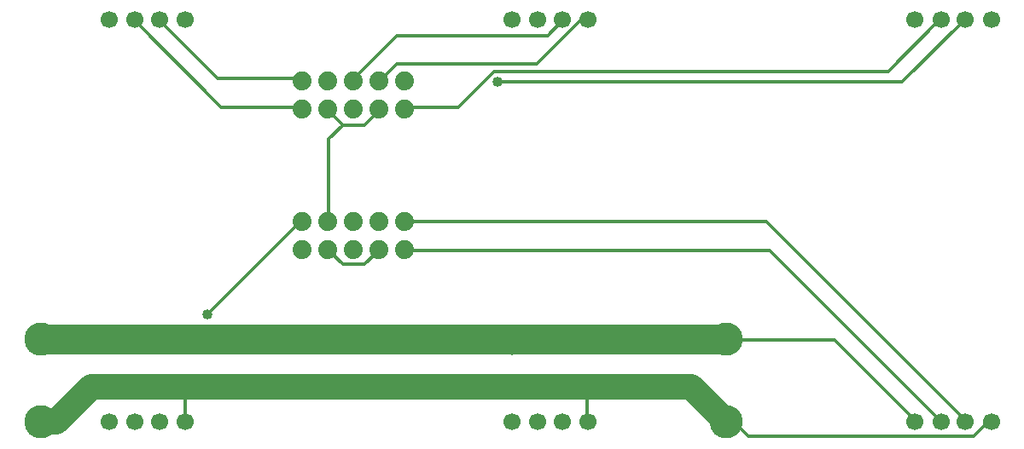
<source format=gbl>
G75*
%MOIN*%
%OFA0B0*%
%FSLAX25Y25*%
%IPPOS*%
%LPD*%
%AMOC8*
5,1,8,0,0,1.08239X$1,22.5*
%
%ADD10C,0.07400*%
%ADD11C,0.13000*%
%ADD12C,0.06693*%
%ADD13C,0.09843*%
%ADD14C,0.01200*%
%ADD15C,0.04000*%
%ADD16C,0.11811*%
D10*
X0130606Y0088020D03*
X0140606Y0088020D03*
X0150606Y0088020D03*
X0160606Y0088020D03*
X0170606Y0088020D03*
X0170606Y0099020D03*
X0160606Y0099020D03*
X0150606Y0099020D03*
X0140606Y0099020D03*
X0130606Y0099020D03*
X0130606Y0143138D03*
X0140606Y0143138D03*
X0150606Y0143138D03*
X0160606Y0143138D03*
X0170606Y0143138D03*
X0170606Y0154138D03*
X0160606Y0154138D03*
X0150606Y0154138D03*
X0140606Y0154138D03*
X0130606Y0154138D03*
D11*
X0028559Y0020685D03*
X0028559Y0053165D03*
X0296276Y0053165D03*
X0296276Y0020685D03*
D12*
X0242240Y0020685D03*
X0232201Y0020685D03*
X0222555Y0020685D03*
X0212516Y0020685D03*
X0084760Y0020685D03*
X0074720Y0020685D03*
X0065075Y0020685D03*
X0055035Y0020685D03*
X0369996Y0020685D03*
X0380035Y0020685D03*
X0389681Y0020685D03*
X0399720Y0020685D03*
X0399720Y0178165D03*
X0389681Y0178165D03*
X0380035Y0178165D03*
X0369996Y0178165D03*
X0242240Y0178165D03*
X0232201Y0178165D03*
X0222555Y0178165D03*
X0212516Y0178165D03*
X0084760Y0178165D03*
X0074720Y0178165D03*
X0065075Y0178165D03*
X0055035Y0178165D03*
D13*
X0048244Y0034465D02*
X0085000Y0034465D01*
X0241800Y0034465D01*
X0282496Y0034465D01*
X0296276Y0020685D01*
X0048244Y0034465D02*
X0034465Y0020685D01*
X0028559Y0020685D01*
D14*
X0084760Y0020685D02*
X0085000Y0022000D01*
X0085000Y0034465D01*
X0093400Y0062600D02*
X0129800Y0099000D01*
X0130606Y0099020D01*
X0140606Y0099020D02*
X0141000Y0100400D01*
X0141000Y0131200D01*
X0146600Y0136800D01*
X0155000Y0136800D01*
X0160600Y0142400D01*
X0160606Y0143138D01*
X0170606Y0143138D02*
X0171800Y0143800D01*
X0191400Y0143800D01*
X0205400Y0157800D01*
X0359400Y0157800D01*
X0379000Y0177400D01*
X0380035Y0178165D01*
X0388800Y0177400D02*
X0389681Y0178165D01*
X0388800Y0177400D02*
X0365000Y0153600D01*
X0206800Y0153600D01*
X0222200Y0160600D02*
X0167600Y0160600D01*
X0162000Y0155000D01*
X0160606Y0154138D01*
X0150800Y0155000D02*
X0150606Y0154138D01*
X0150800Y0155000D02*
X0167600Y0171800D01*
X0226400Y0171800D01*
X0232000Y0177400D01*
X0232201Y0178165D01*
X0239000Y0177400D02*
X0222200Y0160600D01*
X0239000Y0177400D02*
X0241800Y0177400D01*
X0242240Y0178165D01*
X0146600Y0136800D02*
X0141000Y0142400D01*
X0140606Y0143138D01*
X0130606Y0143138D02*
X0129800Y0143800D01*
X0099000Y0143800D01*
X0065400Y0177400D01*
X0065075Y0178165D01*
X0074720Y0178165D02*
X0075200Y0177400D01*
X0097600Y0155000D01*
X0129800Y0155000D01*
X0130606Y0154138D01*
X0170606Y0099020D02*
X0171800Y0099000D01*
X0311800Y0099000D01*
X0388800Y0022000D01*
X0389681Y0020685D01*
X0393000Y0015000D02*
X0398600Y0020600D01*
X0399720Y0020685D01*
X0393000Y0015000D02*
X0304800Y0015000D01*
X0300600Y0019200D01*
X0296276Y0020685D01*
X0242240Y0020685D02*
X0241800Y0022000D01*
X0241800Y0034465D01*
X0212400Y0048600D02*
X0212400Y0053165D01*
X0160600Y0087800D02*
X0155000Y0082200D01*
X0146600Y0082200D01*
X0141000Y0087800D01*
X0140606Y0088020D01*
X0160600Y0087800D02*
X0160606Y0088020D01*
X0170606Y0088020D02*
X0171800Y0087800D01*
X0313200Y0087800D01*
X0379000Y0022000D01*
X0380035Y0020685D01*
X0369996Y0020685D02*
X0369200Y0022000D01*
X0338400Y0052800D01*
X0302000Y0052800D01*
X0296276Y0053165D01*
D15*
X0212400Y0048600D03*
X0093400Y0062600D03*
X0206800Y0153600D03*
D16*
X0212400Y0053165D02*
X0028559Y0053165D01*
X0212400Y0053165D02*
X0296276Y0053165D01*
M02*

</source>
